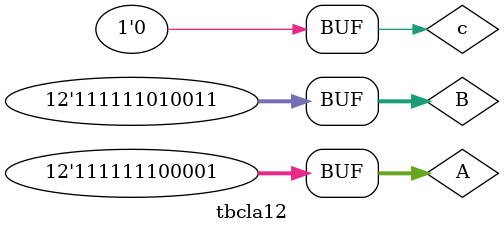
<source format=sv>
`timescale 1ns / 1ps


module tbcla12(
    );
//wires
wire [11:0] s;

//regs
reg [11:0]A;
reg [11:0]B;
reg c12;
reg c;

top uut(
    .x(A),
    .y(B),
    .c(c),
    .s(s),
    .c12(c12)
);

initial begin
    c = 1'b0; //intialize the first carry value
    //Test Cases
    //16 + 12 = 28
    A = 16;
    B = 12;
    #200;

    A = -31;
    B = -45;
    #200; 
    // //12 + 32 = 54
    // y = 8'd12;
    // x = 8'd32;
    // #2;
    // //66 + 400 = 466
    // y = 8'd66;
    // x = 8'd400;
    // #2;
    // //32 + 60 = 92
    // y = 8'd32;
    // x = 8'd60;
    // #2;

end
endmodule
</source>
